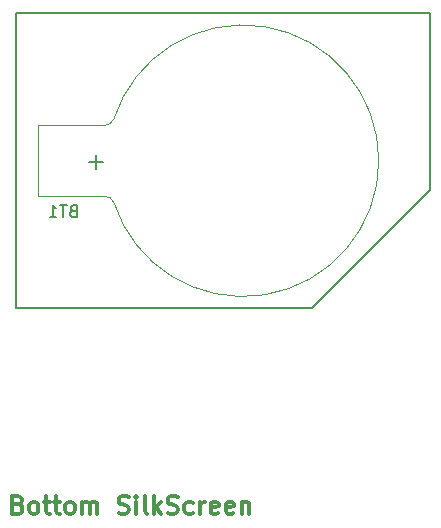
<source format=gbr>
%TF.GenerationSoftware,KiCad,Pcbnew,(5.1.9)-1*%
%TF.CreationDate,2021-07-03T23:42:05+08:00*%
%TF.ProjectId,Task1,5461736b-312e-46b6-9963-61645f706362,rev?*%
%TF.SameCoordinates,Original*%
%TF.FileFunction,Legend,Bot*%
%TF.FilePolarity,Positive*%
%FSLAX46Y46*%
G04 Gerber Fmt 4.6, Leading zero omitted, Abs format (unit mm)*
G04 Created by KiCad (PCBNEW (5.1.9)-1) date 2021-07-03 23:42:05*
%MOMM*%
%LPD*%
G01*
G04 APERTURE LIST*
%ADD10C,0.300000*%
%TA.AperFunction,Profile*%
%ADD11C,0.200000*%
%TD*%
%ADD12C,0.120000*%
%ADD13C,0.150000*%
G04 APERTURE END LIST*
D10*
X80164285Y-131592857D02*
X80378571Y-131664285D01*
X80450000Y-131735714D01*
X80521428Y-131878571D01*
X80521428Y-132092857D01*
X80450000Y-132235714D01*
X80378571Y-132307142D01*
X80235714Y-132378571D01*
X79664285Y-132378571D01*
X79664285Y-130878571D01*
X80164285Y-130878571D01*
X80307142Y-130950000D01*
X80378571Y-131021428D01*
X80450000Y-131164285D01*
X80450000Y-131307142D01*
X80378571Y-131450000D01*
X80307142Y-131521428D01*
X80164285Y-131592857D01*
X79664285Y-131592857D01*
X81378571Y-132378571D02*
X81235714Y-132307142D01*
X81164285Y-132235714D01*
X81092857Y-132092857D01*
X81092857Y-131664285D01*
X81164285Y-131521428D01*
X81235714Y-131450000D01*
X81378571Y-131378571D01*
X81592857Y-131378571D01*
X81735714Y-131450000D01*
X81807142Y-131521428D01*
X81878571Y-131664285D01*
X81878571Y-132092857D01*
X81807142Y-132235714D01*
X81735714Y-132307142D01*
X81592857Y-132378571D01*
X81378571Y-132378571D01*
X82307142Y-131378571D02*
X82878571Y-131378571D01*
X82521428Y-130878571D02*
X82521428Y-132164285D01*
X82592857Y-132307142D01*
X82735714Y-132378571D01*
X82878571Y-132378571D01*
X83164285Y-131378571D02*
X83735714Y-131378571D01*
X83378571Y-130878571D02*
X83378571Y-132164285D01*
X83450000Y-132307142D01*
X83592857Y-132378571D01*
X83735714Y-132378571D01*
X84450000Y-132378571D02*
X84307142Y-132307142D01*
X84235714Y-132235714D01*
X84164285Y-132092857D01*
X84164285Y-131664285D01*
X84235714Y-131521428D01*
X84307142Y-131450000D01*
X84450000Y-131378571D01*
X84664285Y-131378571D01*
X84807142Y-131450000D01*
X84878571Y-131521428D01*
X84950000Y-131664285D01*
X84950000Y-132092857D01*
X84878571Y-132235714D01*
X84807142Y-132307142D01*
X84664285Y-132378571D01*
X84450000Y-132378571D01*
X85592857Y-132378571D02*
X85592857Y-131378571D01*
X85592857Y-131521428D02*
X85664285Y-131450000D01*
X85807142Y-131378571D01*
X86021428Y-131378571D01*
X86164285Y-131450000D01*
X86235714Y-131592857D01*
X86235714Y-132378571D01*
X86235714Y-131592857D02*
X86307142Y-131450000D01*
X86450000Y-131378571D01*
X86664285Y-131378571D01*
X86807142Y-131450000D01*
X86878571Y-131592857D01*
X86878571Y-132378571D01*
X88664285Y-132307142D02*
X88878571Y-132378571D01*
X89235714Y-132378571D01*
X89378571Y-132307142D01*
X89450000Y-132235714D01*
X89521428Y-132092857D01*
X89521428Y-131950000D01*
X89450000Y-131807142D01*
X89378571Y-131735714D01*
X89235714Y-131664285D01*
X88950000Y-131592857D01*
X88807142Y-131521428D01*
X88735714Y-131450000D01*
X88664285Y-131307142D01*
X88664285Y-131164285D01*
X88735714Y-131021428D01*
X88807142Y-130950000D01*
X88950000Y-130878571D01*
X89307142Y-130878571D01*
X89521428Y-130950000D01*
X90164285Y-132378571D02*
X90164285Y-131378571D01*
X90164285Y-130878571D02*
X90092857Y-130950000D01*
X90164285Y-131021428D01*
X90235714Y-130950000D01*
X90164285Y-130878571D01*
X90164285Y-131021428D01*
X91092857Y-132378571D02*
X90950000Y-132307142D01*
X90878571Y-132164285D01*
X90878571Y-130878571D01*
X91664285Y-132378571D02*
X91664285Y-130878571D01*
X91807142Y-131807142D02*
X92235714Y-132378571D01*
X92235714Y-131378571D02*
X91664285Y-131950000D01*
X92807142Y-132307142D02*
X93021428Y-132378571D01*
X93378571Y-132378571D01*
X93521428Y-132307142D01*
X93592857Y-132235714D01*
X93664285Y-132092857D01*
X93664285Y-131950000D01*
X93592857Y-131807142D01*
X93521428Y-131735714D01*
X93378571Y-131664285D01*
X93092857Y-131592857D01*
X92950000Y-131521428D01*
X92878571Y-131450000D01*
X92807142Y-131307142D01*
X92807142Y-131164285D01*
X92878571Y-131021428D01*
X92950000Y-130950000D01*
X93092857Y-130878571D01*
X93450000Y-130878571D01*
X93664285Y-130950000D01*
X94950000Y-132307142D02*
X94807142Y-132378571D01*
X94521428Y-132378571D01*
X94378571Y-132307142D01*
X94307142Y-132235714D01*
X94235714Y-132092857D01*
X94235714Y-131664285D01*
X94307142Y-131521428D01*
X94378571Y-131450000D01*
X94521428Y-131378571D01*
X94807142Y-131378571D01*
X94950000Y-131450000D01*
X95592857Y-132378571D02*
X95592857Y-131378571D01*
X95592857Y-131664285D02*
X95664285Y-131521428D01*
X95735714Y-131450000D01*
X95878571Y-131378571D01*
X96021428Y-131378571D01*
X97092857Y-132307142D02*
X96950000Y-132378571D01*
X96664285Y-132378571D01*
X96521428Y-132307142D01*
X96450000Y-132164285D01*
X96450000Y-131592857D01*
X96521428Y-131450000D01*
X96664285Y-131378571D01*
X96950000Y-131378571D01*
X97092857Y-131450000D01*
X97164285Y-131592857D01*
X97164285Y-131735714D01*
X96450000Y-131878571D01*
X98378571Y-132307142D02*
X98235714Y-132378571D01*
X97950000Y-132378571D01*
X97807142Y-132307142D01*
X97735714Y-132164285D01*
X97735714Y-131592857D01*
X97807142Y-131450000D01*
X97950000Y-131378571D01*
X98235714Y-131378571D01*
X98378571Y-131450000D01*
X98450000Y-131592857D01*
X98450000Y-131735714D01*
X97735714Y-131878571D01*
X99092857Y-131378571D02*
X99092857Y-132378571D01*
X99092857Y-131521428D02*
X99164285Y-131450000D01*
X99307142Y-131378571D01*
X99521428Y-131378571D01*
X99664285Y-131450000D01*
X99735714Y-131592857D01*
X99735714Y-132378571D01*
D11*
X80000000Y-90000000D02*
X80000000Y-115000000D01*
X115000000Y-105000000D02*
X105000000Y-115000000D01*
X115000000Y-90000000D02*
X115000000Y-105000000D01*
X80000000Y-115000000D02*
X105000000Y-115000000D01*
X80000000Y-90000000D02*
X115000000Y-90000000D01*
D12*
%TO.C,BT1*%
X81800000Y-105500000D02*
X87500000Y-105500000D01*
X81800000Y-99500000D02*
X81800000Y-105500000D01*
X81800000Y-99500000D02*
X87500000Y-99500000D01*
X110695671Y-102545281D02*
G75*
G03*
X88250000Y-99000000I-11495671J45281D01*
G01*
X88251754Y-98973616D02*
G75*
G02*
X87500000Y-99500000I-751754J273616D01*
G01*
X110695671Y-102454719D02*
G75*
G02*
X88250000Y-106000000I-11495671J-45281D01*
G01*
X88251754Y-106026384D02*
G75*
G03*
X87500000Y-105500000I-751754J-273616D01*
G01*
%TD*%
%TO.C,BT1*%
D13*
X84785714Y-106728571D02*
X84642857Y-106776190D01*
X84595238Y-106823809D01*
X84547619Y-106919047D01*
X84547619Y-107061904D01*
X84595238Y-107157142D01*
X84642857Y-107204761D01*
X84738095Y-107252380D01*
X85119047Y-107252380D01*
X85119047Y-106252380D01*
X84785714Y-106252380D01*
X84690476Y-106300000D01*
X84642857Y-106347619D01*
X84595238Y-106442857D01*
X84595238Y-106538095D01*
X84642857Y-106633333D01*
X84690476Y-106680952D01*
X84785714Y-106728571D01*
X85119047Y-106728571D01*
X84261904Y-106252380D02*
X83690476Y-106252380D01*
X83976190Y-107252380D02*
X83976190Y-106252380D01*
X82833333Y-107252380D02*
X83404761Y-107252380D01*
X83119047Y-107252380D02*
X83119047Y-106252380D01*
X83214285Y-106395238D01*
X83309523Y-106490476D01*
X83404761Y-106538095D01*
X87321428Y-102607142D02*
X86178571Y-102607142D01*
X86750000Y-103178571D02*
X86750000Y-102035714D01*
%TD*%
M02*

</source>
